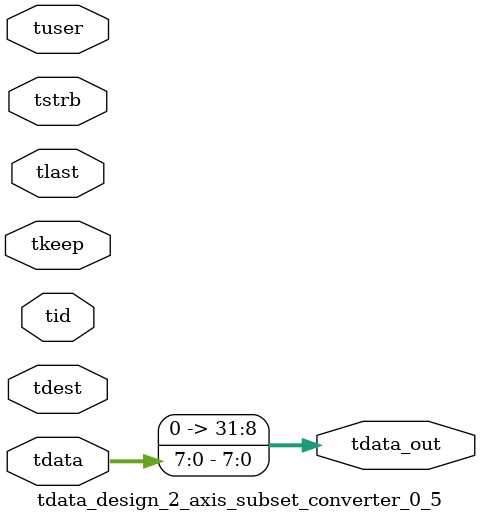
<source format=v>


`timescale 1ps/1ps

module tdata_design_2_axis_subset_converter_0_5 #
(
parameter C_S_AXIS_TDATA_WIDTH = 32,
parameter C_S_AXIS_TUSER_WIDTH = 0,
parameter C_S_AXIS_TID_WIDTH   = 0,
parameter C_S_AXIS_TDEST_WIDTH = 0,
parameter C_M_AXIS_TDATA_WIDTH = 32
)
(
input  [(C_S_AXIS_TDATA_WIDTH == 0 ? 1 : C_S_AXIS_TDATA_WIDTH)-1:0     ] tdata,
input  [(C_S_AXIS_TUSER_WIDTH == 0 ? 1 : C_S_AXIS_TUSER_WIDTH)-1:0     ] tuser,
input  [(C_S_AXIS_TID_WIDTH   == 0 ? 1 : C_S_AXIS_TID_WIDTH)-1:0       ] tid,
input  [(C_S_AXIS_TDEST_WIDTH == 0 ? 1 : C_S_AXIS_TDEST_WIDTH)-1:0     ] tdest,
input  [(C_S_AXIS_TDATA_WIDTH/8)-1:0 ] tkeep,
input  [(C_S_AXIS_TDATA_WIDTH/8)-1:0 ] tstrb,
input                                                                    tlast,
output [C_M_AXIS_TDATA_WIDTH-1:0] tdata_out
);

assign tdata_out = {tdata[7:0]};

endmodule


</source>
